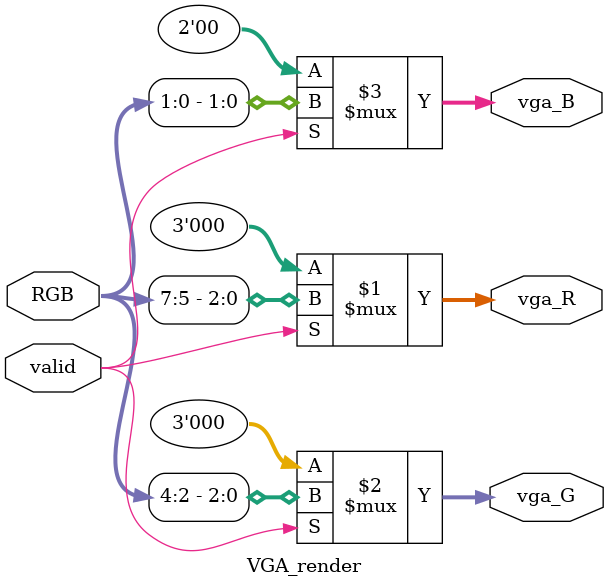
<source format=v>
module VGA_render(valid, RGB, vga_R, vga_G, vga_B);

    input wire valid;
    input wire [7: 0] RGB;
    output wire [2: 0] vga_R, vga_G;
    output wire [1: 0] vga_B;

    assign vga_R = valid ? RGB[7: 5] : 3'b000;
    assign vga_G = valid ? RGB[4: 2] : 3'b000;
    assign vga_B = valid ? RGB[1: 0] : 2'b00;

endmodule

</source>
